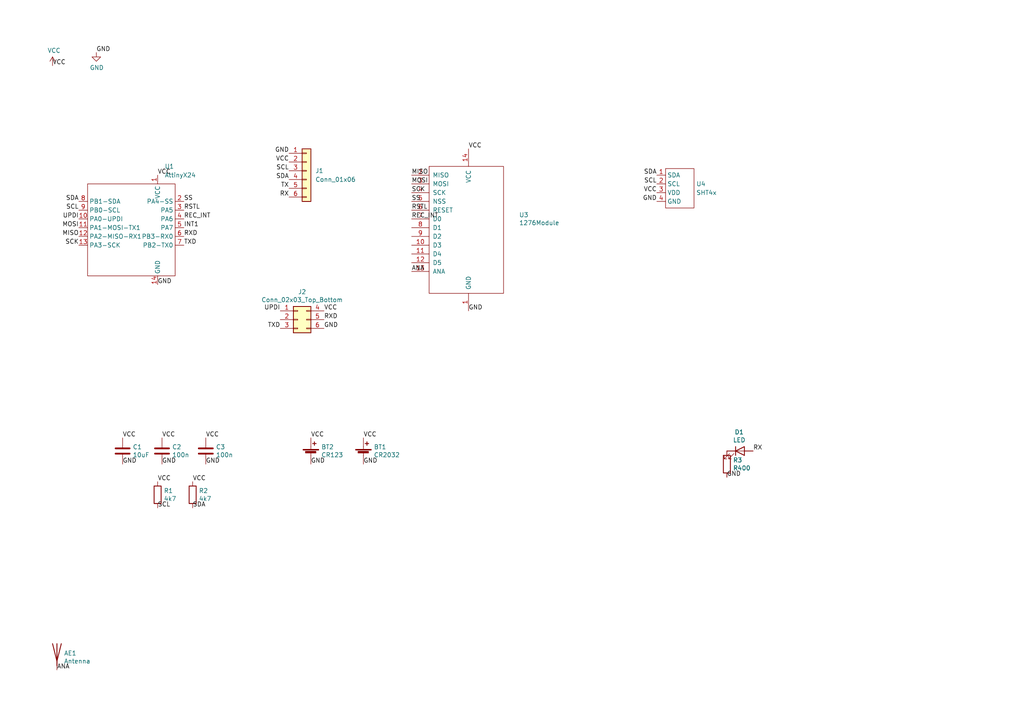
<source format=kicad_sch>
(kicad_sch (version 20211123) (generator eeschema)
  (paper "A4")
  (lib_symbols
    (symbol "Connector_Generic:Conn_01x06" (pin_names (offset 1.016) hide)
      (property "Reference" "J" (at 0 7.62 0))
      (property "Value" "Conn_01x06" (at 0 -10.16 0))
      (symbol "Conn_01x06_1_1"
        (rectangle (start -1.27 -7.493) (end 0 -7.747) (stroke (width 0.1524)))
        (rectangle (start -1.27 -4.953) (end 0 -5.207) (stroke (width 0.1524)))
        (rectangle (start -1.27 -2.413) (end 0 -2.667) (stroke (width 0.1524)))
        (rectangle (start -1.27 0.127) (end 0 -0.127) (stroke (width 0.1524)))
        (rectangle (start -1.27 2.667) (end 0 2.413) (stroke (width 0.1524)))
        (rectangle (start -1.27 5.207) (end 0 4.953) (stroke (width 0.1524)))
        (rectangle (start -1.27 6.35) (end 1.27 -8.89) (stroke (width 0.254)) (fill (type background)))
        (pin passive line (at -5.08 5.08 0) (length 3.81) (name "Pin_1") (number "1"))
        (pin passive line (at -5.08 2.54 0) (length 3.81) (name "Pin_2") (number "2"))
        (pin passive line (at -5.08 0 0) (length 3.81) (name "Pin_3") (number "3"))
        (pin passive line (at -5.08 -2.54 0) (length 3.81) (name "Pin_4") (number "4"))
        (pin passive line (at -5.08 -5.08 0) (length 3.81) (name "Pin_5") (number "5"))
        (pin passive line (at -5.08 -7.62 0) (length 3.81) (name "Pin_6") (number "6"))
      )
    )
    (symbol "Connector_Generic:Conn_02x03_Top_Bottom" (pin_names (offset 1.016) hide)
      (property "Reference" "J" (at 1.27 5.08 0))
      (property "Value" "Conn_02x03_Top_Bottom" (at 1.27 -5.08 0))
      (symbol "Conn_02x03_Top_Bottom_1_1"
        (rectangle (start -1.27 -2.413) (end 0 -2.667) (stroke (width 0.1524)))
        (rectangle (start -1.27 0.127) (end 0 -0.127) (stroke (width 0.1524)))
        (rectangle (start -1.27 2.667) (end 0 2.413) (stroke (width 0.1524)))
        (rectangle (start -1.27 3.81) (end 3.81 -3.81) (stroke (width 0.254)) (fill (type background)))
        (rectangle (start 3.81 -2.413) (end 2.54 -2.667) (stroke (width 0.1524)))
        (rectangle (start 3.81 0.127) (end 2.54 -0.127) (stroke (width 0.1524)))
        (rectangle (start 3.81 2.667) (end 2.54 2.413) (stroke (width 0.1524)))
        (pin passive line (at -5.08 2.54 0) (length 3.81) (name "Pin_1") (number "1"))
        (pin passive line (at -5.08 0 0) (length 3.81) (name "Pin_2") (number "2"))
        (pin passive line (at -5.08 -2.54 0) (length 3.81) (name "Pin_3") (number "3"))
        (pin passive line (at 7.62 2.54 180) (length 3.81) (name "Pin_4") (number "4"))
        (pin passive line (at 7.62 0 180) (length 3.81) (name "Pin_5") (number "5"))
        (pin passive line (at 7.62 -2.54 180) (length 3.81) (name "Pin_6") (number "6"))
      )
    )
    (symbol "Device:Antenna" (pin_numbers hide) (pin_names (offset 1.016) hide)
      (property "Reference" "AE" (at -1.905 1.905 0))
      (property "Value" "Antenna" (at -1.905 0 0))
      (symbol "Antenna_0_1"
        (polyline (pts (xy 0 2.54) (xy 0 -3.81)) (stroke (width 0.254)))
        (polyline (pts (xy 1.27 2.54) (xy 0 -2.54) (xy -1.27 2.54)) (stroke (width 0.254)))
      )
      (symbol "Antenna_1_1"
        (pin input line (at 0 -5.08 90) (length 2.54) (name "A") (number "1"))
      )
    )
    (symbol "Device:Battery_Cell" (pin_numbers hide) (pin_names (offset 0) hide)
      (property "Reference" "BT" (at 2.54 2.54 0))
      (property "Value" "Battery_Cell" (at 2.54 0 0))
      (symbol "Battery_Cell_0_1"
        (rectangle (start -2.286 1.778) (end 2.286 1.524) (fill (type outline)))
        (rectangle (start -1.5748 1.1938) (end 1.4732 0.6858) (fill (type outline)))
        (polyline (pts (xy 0 0.762) (xy 0 0)))
        (polyline (pts (xy 0 1.778) (xy 0 2.54)))
        (polyline (pts (xy 0.508 3.429) (xy 1.524 3.429)) (stroke (width 0.254)))
        (polyline (pts (xy 1.016 3.937) (xy 1.016 2.921)) (stroke (width 0.254)))
      )
      (symbol "Battery_Cell_1_1"
        (pin passive line (at 0 5.08 270) (length 2.54) (name "+") (number "1"))
        (pin passive line (at 0 -2.54 90) (length 2.54) (name "-") (number "2"))
      )
    )
    (symbol "Device:C" (pin_numbers hide) (pin_names (offset 0.254))
      (property "Reference" "C" (at 0.635 2.54 0))
      (property "Value" "C" (at 0.635 -2.54 0))
      (symbol "C_0_1"
        (polyline (pts (xy -2.032 -0.762) (xy 2.032 -0.762)) (stroke (width 0.508)))
        (polyline (pts (xy -2.032 0.762) (xy 2.032 0.762)) (stroke (width 0.508)))
      )
      (symbol "C_1_1"
        (pin passive line (at 0 3.81 270) (length 2.794) (name "~") (number "1"))
        (pin passive line (at 0 -3.81 90) (length 2.794) (name "~") (number "2"))
      )
    )
    (symbol "Device:LED" (pin_numbers hide) (pin_names (offset 1.016) hide)
      (property "Reference" "D" (at 0 2.54 0))
      (property "Value" "LED" (at 0 -2.54 0))
      (symbol "LED_0_1"
        (polyline (pts (xy -1.27 -1.27) (xy -1.27 1.27)) (stroke (width 0.254)))
        (polyline (pts (xy -1.27 0) (xy 1.27 0)))
        (polyline (pts (xy 1.27 -1.27) (xy 1.27 1.27) (xy -1.27 0) (xy 1.27 -1.27)) (stroke (width 0.254)))
        (polyline (pts (xy -3.048 -0.762) (xy -4.572 -2.286) (xy -3.81 -2.286) (xy -4.572 -2.286) (xy -4.572 -1.524)))
        (polyline (pts (xy -1.778 -0.762) (xy -3.302 -2.286) (xy -2.54 -2.286) (xy -3.302 -2.286) (xy -3.302 -1.524)))
      )
      (symbol "LED_1_1"
        (pin passive line (at -3.81 0 0) (length 2.54) (name "K") (number "1"))
        (pin passive line (at 3.81 0 180) (length 2.54) (name "A") (number "2"))
      )
    )
    (symbol "Device:R" (pin_numbers hide) (pin_names (offset 0))
      (property "Reference" "R" (at 2.032 0 90))
      (property "Value" "R" (at 0 0 90))
      (symbol "R_0_1"
        (rectangle (start -1.016 -2.54) (end 1.016 2.54) (stroke (width 0.254)))
      )
      (symbol "R_1_1"
        (pin passive line (at 0 3.81 270) (length 1.27) (name "~") (number "1"))
        (pin passive line (at 0 -3.81 90) (length 1.27) (name "~") (number "2"))
      )
    )
    (symbol "HASymbols:1276Module" (pin_names (offset 1.016))
      (property "Reference" "U" (at 10.16 -1.27 0))
      (property "Value" "1276Module" (at 11.43 -6.35 0))
      (symbol "1276Module_0_1"
        (rectangle (start -16.51 20.32) (end 5.08 -16.51))
      )
      (symbol "1276Module_1_1"
        (pin bidirectional line (at -5.08 -21.59 90) (length 5.08) (name "GND") (number "1"))
        (pin bidirectional line (at -21.59 -2.54 0) (length 5.08) (name "D3") (number "10"))
        (pin bidirectional line (at -21.59 -5.08 0) (length 5.08) (name "D4") (number "11"))
        (pin bidirectional line (at -21.59 -7.62 0) (length 5.08) (name "D5") (number "12"))
        (pin bidirectional line (at -21.59 -10.16 0) (length 5.08) (name "ANA") (number "13"))
        (pin bidirectional line (at -5.08 25.4 270) (length 5.08) (name "VCC") (number "14"))
        (pin bidirectional line (at -21.59 17.78 0) (length 5.08) (name "MISO") (number "2"))
        (pin bidirectional line (at -21.59 15.24 0) (length 5.08) (name "MOSI") (number "3"))
        (pin bidirectional line (at -21.59 12.7 0) (length 5.08) (name "SCK") (number "4"))
        (pin bidirectional line (at -21.59 10.16 0) (length 5.08) (name "NSS") (number "5"))
        (pin bidirectional line (at -21.59 7.62 0) (length 5.08) (name "RESET") (number "6"))
        (pin bidirectional line (at -21.59 5.08 0) (length 5.08) (name "D0") (number "7"))
        (pin bidirectional line (at -21.59 2.54 0) (length 5.08) (name "D1") (number "8"))
        (pin bidirectional line (at -21.59 0 0) (length 5.08) (name "D2") (number "9"))
      )
    )
    (symbol "HASymbols:AttinyX24"
      (property "Reference" "U" (at 0 0 0))
      (property "Value" "AttinyX24" (at 0 0 0))
      (symbol "AttinyX24_0_1"
        (rectangle (start -12.7 27.94) (end 12.7 1.27))
      )
      (symbol "AttinyX24_1_1"
        (pin power_in line (at 7.62 30.48 270) (length 2.54) (name "VCC") (number "1"))
        (pin bidirectional line (at -15.24 17.78 0) (length 2.54) (name "PA0-UPDI") (number "10"))
        (pin bidirectional line (at -15.24 15.24 0) (length 2.54) (name "PA1-MOSI-TX1") (number "11"))
        (pin bidirectional line (at -15.24 12.7 0) (length 2.54) (name "PA2-MISO-RX1") (number "12"))
        (pin bidirectional line (at -15.24 10.16 0) (length 2.54) (name "PA3-SCK") (number "13"))
        (pin power_in line (at 7.62 -1.27 90) (length 2.54) (name "GND") (number "14"))
        (pin bidirectional line (at 15.24 22.86 180) (length 2.54) (name "PA4-SS") (number "2"))
        (pin bidirectional line (at 15.24 20.32 180) (length 2.54) (name "PA5") (number "3"))
        (pin bidirectional line (at 15.24 17.78 180) (length 2.54) (name "PA6") (number "4"))
        (pin bidirectional line (at 15.24 15.24 180) (length 2.54) (name "PA7") (number "5"))
        (pin bidirectional line (at 15.24 12.7 180) (length 2.54) (name "PB3-RX0") (number "6"))
        (pin bidirectional line (at 15.24 10.16 180) (length 2.54) (name "PB2-TX0") (number "7"))
        (pin bidirectional line (at -15.24 22.86 0) (length 2.54) (name "PB1-SDA") (number "8"))
        (pin bidirectional line (at -15.24 20.32 0) (length 2.54) (name "PB0-SCL") (number "9"))
      )
    )
    (symbol "HASymbols:SHT4x"
      (property "Reference" "U" (at -2.54 6.985 0))
      (property "Value" "SHT4x" (at -1.27 -6.985 0))
      (symbol "SHT4x_0_1"
        (rectangle (start -3.81 5.715) (end 4.445 -5.715))
      )
      (symbol "SHT4x_1_1"
        (pin bidirectional line (at -6.35 3.81 0) (length 2.54) (name "SDA") (number "1"))
        (pin input line (at -6.35 1.27 0) (length 2.54) (name "SCL") (number "2"))
        (pin input line (at -6.35 -1.27 0) (length 2.54) (name "VDD") (number "3"))
        (pin input line (at -6.35 -3.81 0) (length 2.54) (name "GND") (number "4"))
      )
    )
    (symbol "power:GND" (power) (pin_names (offset 0))
      (property "Value" "GND" (at 0 -3.81 0))
      (symbol "GND_0_1"
        (polyline (pts (xy 0 0) (xy 0 -1.27) (xy 1.27 -1.27) (xy 0 -2.54) (xy -1.27 -1.27) (xy 0 -1.27)))
      )
      (symbol "GND_1_1"
        (pin power_in line (at 0 0 270) (length 0) hide (name "GND") (number "1"))
      )
    )
    (symbol "power:VCC" (power) (pin_names (offset 0))
      (property "Value" "VCC" (at 0 3.81 0))
      (symbol "VCC_0_1"
        (polyline (pts (xy -0.762 1.27) (xy 0 2.54)))
        (polyline (pts (xy 0 0) (xy 0 2.54)))
        (polyline (pts (xy 0 2.54) (xy 0.762 1.27)))
      )
      (symbol "VCC_1_1"
        (pin power_in line (at 0 0 90) (length 0) hide (name "VCC") (number "1"))
      )
    )
  )
  (label "MISO" (at 119.38 50.8 0))
  (label "RXD" (at 93.98 92.71 0))
  (label "GND" (at 190.5 58.42 180))
  (label "SCL" (at 22.86 60.96 180))
  (label "SCK" (at 119.38 55.88 0))
  (label "UPDI" (at 81.28 90.17 180))
  (label "REC_INT" (at 119.38 63.5 0))
  (label "RX" (at 218.44 130.81 0))
  (label "SS" (at 53.34 58.42 0))
  (label "VCC" (at 46.99 127 0))
  (label "GND" (at 90.17 134.62 0))
  (label "RSTL" (at 119.38 60.96 0))
  (label "VCC" (at 135.89 43.18 0))
  (label "GND" (at 59.69 134.62 0))
  (label "RX" (at 83.82 57.15 180))
  (label "VCC" (at 83.82 46.99 180))
  (label "GND" (at 93.98 95.25 0))
  (label "SDA" (at 83.82 52.07 180))
  (label "GND" (at 83.82 44.45 180))
  (label "VCC" (at 45.72 50.8 0))
  (label "SCK" (at 22.86 71.12 180))
  (label "SS" (at 119.38 58.42 0))
  (label "GND" (at 210.82 138.43 0))
  (label "TX" (at 83.82 54.61 180))
  (label "GND" (at 135.89 90.17 0))
  (label "UPDI" (at 22.86 63.5 180))
  (label "VCC" (at 55.88 139.7 0))
  (label "SDA" (at 22.86 58.42 180))
  (label "RSTL" (at 53.34 60.96 0))
  (label "VCC" (at 190.5 55.88 180))
  (label "SCL" (at 45.72 147.32 0))
  (label "SDA" (at 55.88 147.32 0))
  (label "SDA" (at 190.5 50.8 180))
  (label "RXD" (at 53.34 68.58 0))
  (label "SCL" (at 190.5 53.34 180))
  (label "GND" (at 46.99 134.62 0))
  (label "GND" (at 105.41 134.62 0))
  (label "SCL" (at 83.82 49.53 180))
  (label "VCC" (at 35.56 127 0))
  (label "VCC" (at 15.24 19.05 0))
  (label "REC_INT" (at 53.34 63.5 0))
  (label "MISO" (at 22.86 68.58 180))
  (label "MOSI" (at 119.38 53.34 0))
  (label "GND" (at 35.56 134.62 0))
  (label "VCC" (at 45.72 139.7 0))
  (label "VCC" (at 59.69 127 0))
  (label "GND" (at 45.72 82.55 0))
  (label "VCC" (at 93.98 90.17 0))
  (label "GND" (at 27.94 15.24 0))
  (label "TXD" (at 81.28 95.25 180))
  (label "ANA" (at 119.38 78.74 0))
  (label "TXD" (at 53.34 71.12 0))
  (label "MOSI" (at 22.86 66.04 180))
  (label "VCC" (at 105.41 127 0))
  (label "INT1" (at 53.34 66.04 0))
  (label "ANA" (at 16.51 194.31 0))
  (label "VCC" (at 90.17 127 0))
  (symbol (lib_id "HASymbols:1276Module") (at 140.97 68.58 0) (unit 1)
    (property "Reference" "U3" (at 150.5458 62.3316 0) (effects (justify left)))
    (property "Value" "1276Module" (at 150.5458 64.643 0) (effects (justify left)))
    (property "Footprint" "halib:1276Module2mm" (effects hide))
  )
  (symbol (lib_id "power:GND") (at 27.94 15.24 0) (unit 1)
    (property "Reference" "#PWR01" (effects hide))
    (property "Value" "GND" (at 28.067 19.6342 0))
  )
  (symbol (lib_id "power:VCC") (at 15.24 19.05 0) (unit 1)
    (property "Reference" "#PWR02" (effects hide))
    (property "Value" "VCC" (at 15.6718 14.6558 0))
  )
  (symbol (lib_id "Device:C") (at 35.56 130.81 0) (unit 1)
    (property "Reference" "C1" (at 38.481 129.6416 0) (effects (justify left)))
    (property "Value" "10uF" (at 38.481 131.953 0) (effects (justify left)))
    (property "Footprint" "Capacitors_SMD:C_0805_HandSoldering" (effects hide))
  )
  (symbol (lib_id "Device:C") (at 46.99 130.81 0) (unit 1)
    (property "Reference" "C2" (at 49.911 129.6416 0) (effects (justify left)))
    (property "Value" "100n" (at 49.911 131.953 0) (effects (justify left)))
    (property "Footprint" "halib:C_0603_Compact_hand" (effects hide))
  )
  (symbol (lib_id "Device:R") (at 45.72 143.51 0) (unit 1)
    (property "Reference" "R1" (at 47.498 142.3416 0) (effects (justify left)))
    (property "Value" "4k7" (at 47.498 144.653 0) (effects (justify left)))
    (property "Footprint" "halib:R_0603_Compact_hand" (effects hide))
  )
  (symbol (lib_id "Device:R") (at 55.88 143.51 0) (unit 1)
    (property "Reference" "R2" (at 57.658 142.3416 0) (effects (justify left)))
    (property "Value" "4k7" (at 57.658 144.653 0) (effects (justify left)))
    (property "Footprint" "halib:R_0603_Compact_hand" (effects hide))
  )
  (symbol (lib_id "Connector_Generic:Conn_02x03_Top_Bottom") (at 86.36 92.71 0) (unit 1)
    (property "Reference" "J2" (at 87.63 84.6582 0))
    (property "Value" "Conn_02x03_Top_Bottom" (at 87.63 86.9696 0))
    (property "Footprint" "halib:EdgePads_FB_2x03" (effects hide))
  )
  (symbol (lib_id "Device:LED") (at 214.63 130.81 0) (unit 1)
    (property "Reference" "D1" (at 214.4014 125.3236 0))
    (property "Value" "LED" (at 214.4014 127.635 0))
    (property "Footprint" "LED_SMD:LED_0603_1608Metric_Pad1.05x0.95mm_HandSolder" (effects hide))
  )
  (symbol (lib_id "Device:R") (at 210.82 134.62 0) (unit 1)
    (property "Reference" "R3" (at 212.598 133.4516 0) (effects (justify left)))
    (property "Value" "R400" (at 212.598 135.763 0) (effects (justify left)))
    (property "Footprint" "halib:R_0603_Compact_hand" (effects hide))
  )
  (symbol (lib_id "Device:Antenna") (at 16.51 189.23 0) (unit 1)
    (property "Reference" "AE1" (at 18.542 189.4586 0) (effects (justify left)))
    (property "Value" "Antenna" (at 18.542 191.77 0) (effects (justify left)))
    (property "Footprint" "Pin_Headers:Pin_Header_Straight_1x01_Pitch2.54mm" (effects hide))
  )
  (symbol (lib_id "Device:Battery_Cell") (at 105.41 132.08 0) (unit 1)
    (property "Reference" "BT1" (at 108.4072 129.6416 0) (effects (justify left)))
    (property "Value" "CR2032" (at 108.4072 131.953 0) (effects (justify left)))
    (property "Footprint" "halib:2032-SMD_COMPACT" (effects hide))
  )
  (symbol (lib_id "Device:Battery_Cell") (at 90.17 132.08 0) (unit 1)
    (property "Reference" "BT2" (at 93.1672 129.6416 0) (effects (justify left)))
    (property "Value" "CR123" (at 93.1672 131.953 0) (effects (justify left)))
    (property "Footprint" "halib:CR123Holder" (effects hide))
  )
  (symbol (lib_id "Device:C") (at 59.69 130.81 0) (unit 1)
    (property "Reference" "C3" (at 62.611 129.6416 0) (effects (justify left)))
    (property "Value" "100n" (at 62.611 131.953 0) (effects (justify left)))
    (property "Footprint" "halib:C_0603_Compact_hand" (effects hide))
  )
  (symbol (lib_id "HASymbols:AttinyX24") (at 38.1 81.28 0) (unit 1)
    (property "Reference" "U1" (at 47.7394 48.26 0) (effects (justify left)))
    (property "Value" "AttinyX24" (at 47.7394 50.8 0) (effects (justify left)))
    (property "Footprint" "halib:AttinySop14" (effects hide))
  )
  (symbol (lib_id "Connector_Generic:Conn_01x06") (at 88.9 49.53 0) (unit 1)
    (property "Reference" "J1" (at 91.44 49.5299 0) (effects (justify left)))
    (property "Value" "Conn_01x06" (at 91.44 52.0699 0) (effects (justify left)))
    (property "Footprint" "Connector_PinHeader_2.54mm:PinHeader_1x06_P2.54mm_Vertical" (effects hide))
  )
  (symbol (lib_id "HASymbols:SHT4x") (at 196.85 54.61 0) (unit 1)
    (property "Reference" "U4" (at 201.93 53.3399 0) (effects (justify left)))
    (property "Value" "SHT4x" (at 201.93 55.8799 0) (effects (justify left)))
    (property "Footprint" "halib:SHT4x" (effects hide))
  )
)
</source>
